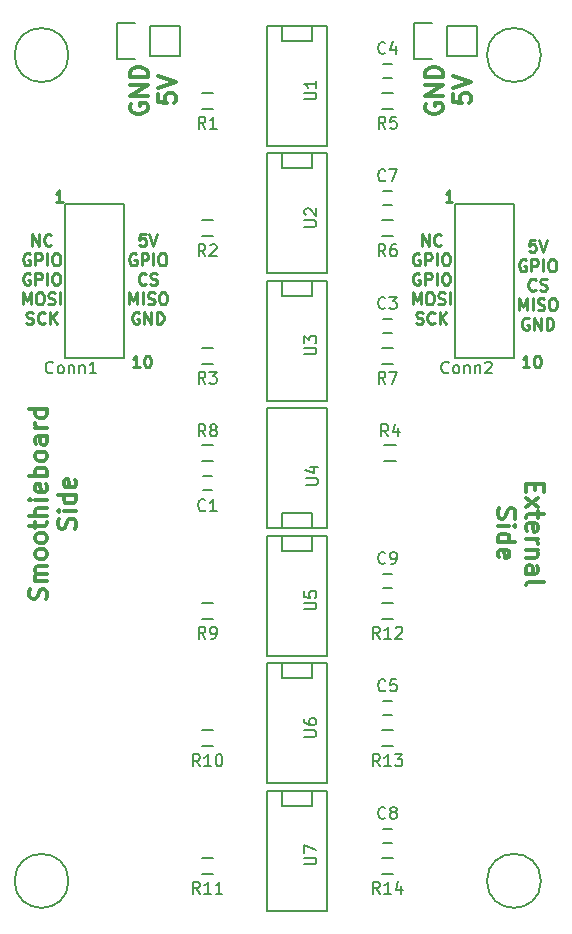
<source format=gbr>
G04 #@! TF.FileFunction,Legend,Top*
%FSLAX46Y46*%
G04 Gerber Fmt 4.6, Leading zero omitted, Abs format (unit mm)*
G04 Created by KiCad (PCBNEW (2015-12-07 BZR 6352)-product) date Fri 09 Sep 2016 08:12:53 PM EDT*
%MOMM*%
G01*
G04 APERTURE LIST*
%ADD10C,0.100000*%
%ADD11C,0.300000*%
%ADD12C,0.250000*%
%ADD13C,0.150000*%
G04 APERTURE END LIST*
D10*
D11*
X46807143Y38714285D02*
X46807143Y38214285D01*
X46021429Y37999999D02*
X46021429Y38714285D01*
X47521429Y38714285D01*
X47521429Y37999999D01*
X46021429Y37499999D02*
X47021429Y36714285D01*
X47021429Y37499999D02*
X46021429Y36714285D01*
X47021429Y36357142D02*
X47021429Y35785713D01*
X47521429Y36142856D02*
X46235714Y36142856D01*
X46092857Y36071428D01*
X46021429Y35928570D01*
X46021429Y35785713D01*
X46092857Y34714285D02*
X46021429Y34857142D01*
X46021429Y35142856D01*
X46092857Y35285713D01*
X46235714Y35357142D01*
X46807143Y35357142D01*
X46950000Y35285713D01*
X47021429Y35142856D01*
X47021429Y34857142D01*
X46950000Y34714285D01*
X46807143Y34642856D01*
X46664286Y34642856D01*
X46521429Y35357142D01*
X46021429Y33999999D02*
X47021429Y33999999D01*
X46735714Y33999999D02*
X46878571Y33928571D01*
X46950000Y33857142D01*
X47021429Y33714285D01*
X47021429Y33571428D01*
X47021429Y33071428D02*
X46021429Y33071428D01*
X46878571Y33071428D02*
X46950000Y33000000D01*
X47021429Y32857142D01*
X47021429Y32642857D01*
X46950000Y32500000D01*
X46807143Y32428571D01*
X46021429Y32428571D01*
X46021429Y31071428D02*
X46807143Y31071428D01*
X46950000Y31142857D01*
X47021429Y31285714D01*
X47021429Y31571428D01*
X46950000Y31714285D01*
X46092857Y31071428D02*
X46021429Y31214285D01*
X46021429Y31571428D01*
X46092857Y31714285D01*
X46235714Y31785714D01*
X46378571Y31785714D01*
X46521429Y31714285D01*
X46592857Y31571428D01*
X46592857Y31214285D01*
X46664286Y31071428D01*
X46021429Y30142856D02*
X46092857Y30285714D01*
X46235714Y30357142D01*
X47521429Y30357142D01*
X43692857Y36607143D02*
X43621429Y36392857D01*
X43621429Y36035714D01*
X43692857Y35892857D01*
X43764286Y35821428D01*
X43907143Y35750000D01*
X44050000Y35750000D01*
X44192857Y35821428D01*
X44264286Y35892857D01*
X44335714Y36035714D01*
X44407143Y36321428D01*
X44478571Y36464286D01*
X44550000Y36535714D01*
X44692857Y36607143D01*
X44835714Y36607143D01*
X44978571Y36535714D01*
X45050000Y36464286D01*
X45121429Y36321428D01*
X45121429Y35964286D01*
X45050000Y35750000D01*
X43621429Y35107143D02*
X44621429Y35107143D01*
X45121429Y35107143D02*
X45050000Y35178572D01*
X44978571Y35107143D01*
X45050000Y35035715D01*
X45121429Y35107143D01*
X44978571Y35107143D01*
X43621429Y33750000D02*
X45121429Y33750000D01*
X43692857Y33750000D02*
X43621429Y33892857D01*
X43621429Y34178571D01*
X43692857Y34321429D01*
X43764286Y34392857D01*
X43907143Y34464286D01*
X44335714Y34464286D01*
X44478571Y34392857D01*
X44550000Y34321429D01*
X44621429Y34178571D01*
X44621429Y33892857D01*
X44550000Y33750000D01*
X43692857Y32464286D02*
X43621429Y32607143D01*
X43621429Y32892857D01*
X43692857Y33035714D01*
X43835714Y33107143D01*
X44407143Y33107143D01*
X44550000Y33035714D01*
X44621429Y32892857D01*
X44621429Y32607143D01*
X44550000Y32464286D01*
X44407143Y32392857D01*
X44264286Y32392857D01*
X44121429Y33107143D01*
X5407143Y28928571D02*
X5478571Y29142857D01*
X5478571Y29500000D01*
X5407143Y29642857D01*
X5335714Y29714286D01*
X5192857Y29785714D01*
X5050000Y29785714D01*
X4907143Y29714286D01*
X4835714Y29642857D01*
X4764286Y29500000D01*
X4692857Y29214286D01*
X4621429Y29071428D01*
X4550000Y29000000D01*
X4407143Y28928571D01*
X4264286Y28928571D01*
X4121429Y29000000D01*
X4050000Y29071428D01*
X3978571Y29214286D01*
X3978571Y29571428D01*
X4050000Y29785714D01*
X5478571Y30428571D02*
X4478571Y30428571D01*
X4621429Y30428571D02*
X4550000Y30499999D01*
X4478571Y30642857D01*
X4478571Y30857142D01*
X4550000Y30999999D01*
X4692857Y31071428D01*
X5478571Y31071428D01*
X4692857Y31071428D02*
X4550000Y31142857D01*
X4478571Y31285714D01*
X4478571Y31499999D01*
X4550000Y31642857D01*
X4692857Y31714285D01*
X5478571Y31714285D01*
X5478571Y32642857D02*
X5407143Y32499999D01*
X5335714Y32428571D01*
X5192857Y32357142D01*
X4764286Y32357142D01*
X4621429Y32428571D01*
X4550000Y32499999D01*
X4478571Y32642857D01*
X4478571Y32857142D01*
X4550000Y32999999D01*
X4621429Y33071428D01*
X4764286Y33142857D01*
X5192857Y33142857D01*
X5335714Y33071428D01*
X5407143Y32999999D01*
X5478571Y32857142D01*
X5478571Y32642857D01*
X5478571Y34000000D02*
X5407143Y33857142D01*
X5335714Y33785714D01*
X5192857Y33714285D01*
X4764286Y33714285D01*
X4621429Y33785714D01*
X4550000Y33857142D01*
X4478571Y34000000D01*
X4478571Y34214285D01*
X4550000Y34357142D01*
X4621429Y34428571D01*
X4764286Y34500000D01*
X5192857Y34500000D01*
X5335714Y34428571D01*
X5407143Y34357142D01*
X5478571Y34214285D01*
X5478571Y34000000D01*
X4478571Y34928571D02*
X4478571Y35500000D01*
X3978571Y35142857D02*
X5264286Y35142857D01*
X5407143Y35214285D01*
X5478571Y35357143D01*
X5478571Y35500000D01*
X5478571Y36000000D02*
X3978571Y36000000D01*
X5478571Y36642857D02*
X4692857Y36642857D01*
X4550000Y36571428D01*
X4478571Y36428571D01*
X4478571Y36214286D01*
X4550000Y36071428D01*
X4621429Y36000000D01*
X5478571Y37357143D02*
X4478571Y37357143D01*
X3978571Y37357143D02*
X4050000Y37285714D01*
X4121429Y37357143D01*
X4050000Y37428571D01*
X3978571Y37357143D01*
X4121429Y37357143D01*
X5407143Y38642857D02*
X5478571Y38500000D01*
X5478571Y38214286D01*
X5407143Y38071429D01*
X5264286Y38000000D01*
X4692857Y38000000D01*
X4550000Y38071429D01*
X4478571Y38214286D01*
X4478571Y38500000D01*
X4550000Y38642857D01*
X4692857Y38714286D01*
X4835714Y38714286D01*
X4978571Y38000000D01*
X5478571Y39357143D02*
X3978571Y39357143D01*
X4550000Y39357143D02*
X4478571Y39500000D01*
X4478571Y39785714D01*
X4550000Y39928571D01*
X4621429Y40000000D01*
X4764286Y40071429D01*
X5192857Y40071429D01*
X5335714Y40000000D01*
X5407143Y39928571D01*
X5478571Y39785714D01*
X5478571Y39500000D01*
X5407143Y39357143D01*
X5478571Y40928572D02*
X5407143Y40785714D01*
X5335714Y40714286D01*
X5192857Y40642857D01*
X4764286Y40642857D01*
X4621429Y40714286D01*
X4550000Y40785714D01*
X4478571Y40928572D01*
X4478571Y41142857D01*
X4550000Y41285714D01*
X4621429Y41357143D01*
X4764286Y41428572D01*
X5192857Y41428572D01*
X5335714Y41357143D01*
X5407143Y41285714D01*
X5478571Y41142857D01*
X5478571Y40928572D01*
X5478571Y42714286D02*
X4692857Y42714286D01*
X4550000Y42642857D01*
X4478571Y42500000D01*
X4478571Y42214286D01*
X4550000Y42071429D01*
X5407143Y42714286D02*
X5478571Y42571429D01*
X5478571Y42214286D01*
X5407143Y42071429D01*
X5264286Y42000000D01*
X5121429Y42000000D01*
X4978571Y42071429D01*
X4907143Y42214286D01*
X4907143Y42571429D01*
X4835714Y42714286D01*
X5478571Y43428572D02*
X4478571Y43428572D01*
X4764286Y43428572D02*
X4621429Y43500000D01*
X4550000Y43571429D01*
X4478571Y43714286D01*
X4478571Y43857143D01*
X5478571Y45000000D02*
X3978571Y45000000D01*
X5407143Y45000000D02*
X5478571Y44857143D01*
X5478571Y44571429D01*
X5407143Y44428571D01*
X5335714Y44357143D01*
X5192857Y44285714D01*
X4764286Y44285714D01*
X4621429Y44357143D01*
X4550000Y44428571D01*
X4478571Y44571429D01*
X4478571Y44857143D01*
X4550000Y45000000D01*
X7807143Y34892857D02*
X7878571Y35107143D01*
X7878571Y35464286D01*
X7807143Y35607143D01*
X7735714Y35678572D01*
X7592857Y35750000D01*
X7450000Y35750000D01*
X7307143Y35678572D01*
X7235714Y35607143D01*
X7164286Y35464286D01*
X7092857Y35178572D01*
X7021429Y35035714D01*
X6950000Y34964286D01*
X6807143Y34892857D01*
X6664286Y34892857D01*
X6521429Y34964286D01*
X6450000Y35035714D01*
X6378571Y35178572D01*
X6378571Y35535714D01*
X6450000Y35750000D01*
X7878571Y36392857D02*
X6878571Y36392857D01*
X6378571Y36392857D02*
X6450000Y36321428D01*
X6521429Y36392857D01*
X6450000Y36464285D01*
X6378571Y36392857D01*
X6521429Y36392857D01*
X7878571Y37750000D02*
X6378571Y37750000D01*
X7807143Y37750000D02*
X7878571Y37607143D01*
X7878571Y37321429D01*
X7807143Y37178571D01*
X7735714Y37107143D01*
X7592857Y37035714D01*
X7164286Y37035714D01*
X7021429Y37107143D01*
X6950000Y37178571D01*
X6878571Y37321429D01*
X6878571Y37607143D01*
X6950000Y37750000D01*
X7807143Y39035714D02*
X7878571Y38892857D01*
X7878571Y38607143D01*
X7807143Y38464286D01*
X7664286Y38392857D01*
X7092857Y38392857D01*
X6950000Y38464286D01*
X6878571Y38607143D01*
X6878571Y38892857D01*
X6950000Y39035714D01*
X7092857Y39107143D01*
X7235714Y39107143D01*
X7378571Y38392857D01*
X37550000Y70857143D02*
X37478571Y70714286D01*
X37478571Y70500000D01*
X37550000Y70285715D01*
X37692857Y70142857D01*
X37835714Y70071429D01*
X38121429Y70000000D01*
X38335714Y70000000D01*
X38621429Y70071429D01*
X38764286Y70142857D01*
X38907143Y70285715D01*
X38978571Y70500000D01*
X38978571Y70642857D01*
X38907143Y70857143D01*
X38835714Y70928572D01*
X38335714Y70928572D01*
X38335714Y70642857D01*
X38978571Y71571429D02*
X37478571Y71571429D01*
X38978571Y72428572D01*
X37478571Y72428572D01*
X38978571Y73142858D02*
X37478571Y73142858D01*
X37478571Y73500001D01*
X37550000Y73714286D01*
X37692857Y73857144D01*
X37835714Y73928572D01*
X38121429Y74000001D01*
X38335714Y74000001D01*
X38621429Y73928572D01*
X38764286Y73857144D01*
X38907143Y73714286D01*
X38978571Y73500001D01*
X38978571Y73142858D01*
X39878571Y71714287D02*
X39878571Y71000001D01*
X40592857Y70928572D01*
X40521429Y71000001D01*
X40450000Y71142858D01*
X40450000Y71500001D01*
X40521429Y71642858D01*
X40592857Y71714287D01*
X40735714Y71785715D01*
X41092857Y71785715D01*
X41235714Y71714287D01*
X41307143Y71642858D01*
X41378571Y71500001D01*
X41378571Y71142858D01*
X41307143Y71000001D01*
X41235714Y70928572D01*
X39878571Y72214286D02*
X41378571Y72714286D01*
X39878571Y73214286D01*
X12550000Y70857143D02*
X12478571Y70714286D01*
X12478571Y70500000D01*
X12550000Y70285715D01*
X12692857Y70142857D01*
X12835714Y70071429D01*
X13121429Y70000000D01*
X13335714Y70000000D01*
X13621429Y70071429D01*
X13764286Y70142857D01*
X13907143Y70285715D01*
X13978571Y70500000D01*
X13978571Y70642857D01*
X13907143Y70857143D01*
X13835714Y70928572D01*
X13335714Y70928572D01*
X13335714Y70642857D01*
X13978571Y71571429D02*
X12478571Y71571429D01*
X13978571Y72428572D01*
X12478571Y72428572D01*
X13978571Y73142858D02*
X12478571Y73142858D01*
X12478571Y73500001D01*
X12550000Y73714286D01*
X12692857Y73857144D01*
X12835714Y73928572D01*
X13121429Y74000001D01*
X13335714Y74000001D01*
X13621429Y73928572D01*
X13764286Y73857144D01*
X13907143Y73714286D01*
X13978571Y73500001D01*
X13978571Y73142858D01*
X14878571Y71714287D02*
X14878571Y71000001D01*
X15592857Y70928572D01*
X15521429Y71000001D01*
X15450000Y71142858D01*
X15450000Y71500001D01*
X15521429Y71642858D01*
X15592857Y71714287D01*
X15735714Y71785715D01*
X16092857Y71785715D01*
X16235714Y71714287D01*
X16307143Y71642858D01*
X16378571Y71500001D01*
X16378571Y71142858D01*
X16307143Y71000001D01*
X16235714Y70928572D01*
X14878571Y72214286D02*
X16378571Y72714286D01*
X14878571Y73214286D01*
D12*
X37214286Y58847619D02*
X37214286Y59847619D01*
X37785715Y58847619D01*
X37785715Y59847619D01*
X38833334Y58942857D02*
X38785715Y58895238D01*
X38642858Y58847619D01*
X38547620Y58847619D01*
X38404762Y58895238D01*
X38309524Y58990476D01*
X38261905Y59085714D01*
X38214286Y59276190D01*
X38214286Y59419048D01*
X38261905Y59609524D01*
X38309524Y59704762D01*
X38404762Y59800000D01*
X38547620Y59847619D01*
X38642858Y59847619D01*
X38785715Y59800000D01*
X38833334Y59752381D01*
X37000001Y58150000D02*
X36904763Y58197619D01*
X36761906Y58197619D01*
X36619048Y58150000D01*
X36523810Y58054762D01*
X36476191Y57959524D01*
X36428572Y57769048D01*
X36428572Y57626190D01*
X36476191Y57435714D01*
X36523810Y57340476D01*
X36619048Y57245238D01*
X36761906Y57197619D01*
X36857144Y57197619D01*
X37000001Y57245238D01*
X37047620Y57292857D01*
X37047620Y57626190D01*
X36857144Y57626190D01*
X37476191Y57197619D02*
X37476191Y58197619D01*
X37857144Y58197619D01*
X37952382Y58150000D01*
X38000001Y58102381D01*
X38047620Y58007143D01*
X38047620Y57864286D01*
X38000001Y57769048D01*
X37952382Y57721429D01*
X37857144Y57673810D01*
X37476191Y57673810D01*
X38476191Y57197619D02*
X38476191Y58197619D01*
X39142857Y58197619D02*
X39333334Y58197619D01*
X39428572Y58150000D01*
X39523810Y58054762D01*
X39571429Y57864286D01*
X39571429Y57530952D01*
X39523810Y57340476D01*
X39428572Y57245238D01*
X39333334Y57197619D01*
X39142857Y57197619D01*
X39047619Y57245238D01*
X38952381Y57340476D01*
X38904762Y57530952D01*
X38904762Y57864286D01*
X38952381Y58054762D01*
X39047619Y58150000D01*
X39142857Y58197619D01*
X37000001Y56500000D02*
X36904763Y56547619D01*
X36761906Y56547619D01*
X36619048Y56500000D01*
X36523810Y56404762D01*
X36476191Y56309524D01*
X36428572Y56119048D01*
X36428572Y55976190D01*
X36476191Y55785714D01*
X36523810Y55690476D01*
X36619048Y55595238D01*
X36761906Y55547619D01*
X36857144Y55547619D01*
X37000001Y55595238D01*
X37047620Y55642857D01*
X37047620Y55976190D01*
X36857144Y55976190D01*
X37476191Y55547619D02*
X37476191Y56547619D01*
X37857144Y56547619D01*
X37952382Y56500000D01*
X38000001Y56452381D01*
X38047620Y56357143D01*
X38047620Y56214286D01*
X38000001Y56119048D01*
X37952382Y56071429D01*
X37857144Y56023810D01*
X37476191Y56023810D01*
X38476191Y55547619D02*
X38476191Y56547619D01*
X39142857Y56547619D02*
X39333334Y56547619D01*
X39428572Y56500000D01*
X39523810Y56404762D01*
X39571429Y56214286D01*
X39571429Y55880952D01*
X39523810Y55690476D01*
X39428572Y55595238D01*
X39333334Y55547619D01*
X39142857Y55547619D01*
X39047619Y55595238D01*
X38952381Y55690476D01*
X38904762Y55880952D01*
X38904762Y56214286D01*
X38952381Y56404762D01*
X39047619Y56500000D01*
X39142857Y56547619D01*
X36428572Y53897619D02*
X36428572Y54897619D01*
X36761906Y54183333D01*
X37095239Y54897619D01*
X37095239Y53897619D01*
X37761905Y54897619D02*
X37952382Y54897619D01*
X38047620Y54850000D01*
X38142858Y54754762D01*
X38190477Y54564286D01*
X38190477Y54230952D01*
X38142858Y54040476D01*
X38047620Y53945238D01*
X37952382Y53897619D01*
X37761905Y53897619D01*
X37666667Y53945238D01*
X37571429Y54040476D01*
X37523810Y54230952D01*
X37523810Y54564286D01*
X37571429Y54754762D01*
X37666667Y54850000D01*
X37761905Y54897619D01*
X38571429Y53945238D02*
X38714286Y53897619D01*
X38952382Y53897619D01*
X39047620Y53945238D01*
X39095239Y53992857D01*
X39142858Y54088095D01*
X39142858Y54183333D01*
X39095239Y54278571D01*
X39047620Y54326190D01*
X38952382Y54373810D01*
X38761905Y54421429D01*
X38666667Y54469048D01*
X38619048Y54516667D01*
X38571429Y54611905D01*
X38571429Y54707143D01*
X38619048Y54802381D01*
X38666667Y54850000D01*
X38761905Y54897619D01*
X39000001Y54897619D01*
X39142858Y54850000D01*
X39571429Y53897619D02*
X39571429Y54897619D01*
X36714286Y52295238D02*
X36857143Y52247619D01*
X37095239Y52247619D01*
X37190477Y52295238D01*
X37238096Y52342857D01*
X37285715Y52438095D01*
X37285715Y52533333D01*
X37238096Y52628571D01*
X37190477Y52676190D01*
X37095239Y52723810D01*
X36904762Y52771429D01*
X36809524Y52819048D01*
X36761905Y52866667D01*
X36714286Y52961905D01*
X36714286Y53057143D01*
X36761905Y53152381D01*
X36809524Y53200000D01*
X36904762Y53247619D01*
X37142858Y53247619D01*
X37285715Y53200000D01*
X38285715Y52342857D02*
X38238096Y52295238D01*
X38095239Y52247619D01*
X38000001Y52247619D01*
X37857143Y52295238D01*
X37761905Y52390476D01*
X37714286Y52485714D01*
X37666667Y52676190D01*
X37666667Y52819048D01*
X37714286Y53009524D01*
X37761905Y53104762D01*
X37857143Y53200000D01*
X38000001Y53247619D01*
X38095239Y53247619D01*
X38238096Y53200000D01*
X38285715Y53152381D01*
X38714286Y52247619D02*
X38714286Y53247619D01*
X39285715Y52247619D02*
X38857143Y52819048D01*
X39285715Y53247619D02*
X38714286Y52676190D01*
X46809524Y59347619D02*
X46333333Y59347619D01*
X46285714Y58871429D01*
X46333333Y58919048D01*
X46428571Y58966667D01*
X46666667Y58966667D01*
X46761905Y58919048D01*
X46809524Y58871429D01*
X46857143Y58776190D01*
X46857143Y58538095D01*
X46809524Y58442857D01*
X46761905Y58395238D01*
X46666667Y58347619D01*
X46428571Y58347619D01*
X46333333Y58395238D01*
X46285714Y58442857D01*
X47142857Y59347619D02*
X47476190Y58347619D01*
X47809524Y59347619D01*
X46000001Y57650000D02*
X45904763Y57697619D01*
X45761906Y57697619D01*
X45619048Y57650000D01*
X45523810Y57554762D01*
X45476191Y57459524D01*
X45428572Y57269048D01*
X45428572Y57126190D01*
X45476191Y56935714D01*
X45523810Y56840476D01*
X45619048Y56745238D01*
X45761906Y56697619D01*
X45857144Y56697619D01*
X46000001Y56745238D01*
X46047620Y56792857D01*
X46047620Y57126190D01*
X45857144Y57126190D01*
X46476191Y56697619D02*
X46476191Y57697619D01*
X46857144Y57697619D01*
X46952382Y57650000D01*
X47000001Y57602381D01*
X47047620Y57507143D01*
X47047620Y57364286D01*
X47000001Y57269048D01*
X46952382Y57221429D01*
X46857144Y57173810D01*
X46476191Y57173810D01*
X47476191Y56697619D02*
X47476191Y57697619D01*
X48142857Y57697619D02*
X48333334Y57697619D01*
X48428572Y57650000D01*
X48523810Y57554762D01*
X48571429Y57364286D01*
X48571429Y57030952D01*
X48523810Y56840476D01*
X48428572Y56745238D01*
X48333334Y56697619D01*
X48142857Y56697619D01*
X48047619Y56745238D01*
X47952381Y56840476D01*
X47904762Y57030952D01*
X47904762Y57364286D01*
X47952381Y57554762D01*
X48047619Y57650000D01*
X48142857Y57697619D01*
X46833334Y55142857D02*
X46785715Y55095238D01*
X46642858Y55047619D01*
X46547620Y55047619D01*
X46404762Y55095238D01*
X46309524Y55190476D01*
X46261905Y55285714D01*
X46214286Y55476190D01*
X46214286Y55619048D01*
X46261905Y55809524D01*
X46309524Y55904762D01*
X46404762Y56000000D01*
X46547620Y56047619D01*
X46642858Y56047619D01*
X46785715Y56000000D01*
X46833334Y55952381D01*
X47214286Y55095238D02*
X47357143Y55047619D01*
X47595239Y55047619D01*
X47690477Y55095238D01*
X47738096Y55142857D01*
X47785715Y55238095D01*
X47785715Y55333333D01*
X47738096Y55428571D01*
X47690477Y55476190D01*
X47595239Y55523810D01*
X47404762Y55571429D01*
X47309524Y55619048D01*
X47261905Y55666667D01*
X47214286Y55761905D01*
X47214286Y55857143D01*
X47261905Y55952381D01*
X47309524Y56000000D01*
X47404762Y56047619D01*
X47642858Y56047619D01*
X47785715Y56000000D01*
X45428572Y53397619D02*
X45428572Y54397619D01*
X45761906Y53683333D01*
X46095239Y54397619D01*
X46095239Y53397619D01*
X46571429Y53397619D02*
X46571429Y54397619D01*
X47000000Y53445238D02*
X47142857Y53397619D01*
X47380953Y53397619D01*
X47476191Y53445238D01*
X47523810Y53492857D01*
X47571429Y53588095D01*
X47571429Y53683333D01*
X47523810Y53778571D01*
X47476191Y53826190D01*
X47380953Y53873810D01*
X47190476Y53921429D01*
X47095238Y53969048D01*
X47047619Y54016667D01*
X47000000Y54111905D01*
X47000000Y54207143D01*
X47047619Y54302381D01*
X47095238Y54350000D01*
X47190476Y54397619D01*
X47428572Y54397619D01*
X47571429Y54350000D01*
X48190476Y54397619D02*
X48380953Y54397619D01*
X48476191Y54350000D01*
X48571429Y54254762D01*
X48619048Y54064286D01*
X48619048Y53730952D01*
X48571429Y53540476D01*
X48476191Y53445238D01*
X48380953Y53397619D01*
X48190476Y53397619D01*
X48095238Y53445238D01*
X48000000Y53540476D01*
X47952381Y53730952D01*
X47952381Y54064286D01*
X48000000Y54254762D01*
X48095238Y54350000D01*
X48190476Y54397619D01*
X46238096Y52700000D02*
X46142858Y52747619D01*
X46000001Y52747619D01*
X45857143Y52700000D01*
X45761905Y52604762D01*
X45714286Y52509524D01*
X45666667Y52319048D01*
X45666667Y52176190D01*
X45714286Y51985714D01*
X45761905Y51890476D01*
X45857143Y51795238D01*
X46000001Y51747619D01*
X46095239Y51747619D01*
X46238096Y51795238D01*
X46285715Y51842857D01*
X46285715Y52176190D01*
X46095239Y52176190D01*
X46714286Y51747619D02*
X46714286Y52747619D01*
X47285715Y51747619D01*
X47285715Y52747619D01*
X47761905Y51747619D02*
X47761905Y52747619D01*
X48000000Y52747619D01*
X48142858Y52700000D01*
X48238096Y52604762D01*
X48285715Y52509524D01*
X48333334Y52319048D01*
X48333334Y52176190D01*
X48285715Y51985714D01*
X48238096Y51890476D01*
X48142858Y51795238D01*
X48000000Y51747619D01*
X47761905Y51747619D01*
X13309524Y48547619D02*
X12738095Y48547619D01*
X13023809Y48547619D02*
X13023809Y49547619D01*
X12928571Y49404762D01*
X12833333Y49309524D01*
X12738095Y49261905D01*
X13928571Y49547619D02*
X14023810Y49547619D01*
X14119048Y49500000D01*
X14166667Y49452381D01*
X14214286Y49357143D01*
X14261905Y49166667D01*
X14261905Y48928571D01*
X14214286Y48738095D01*
X14166667Y48642857D01*
X14119048Y48595238D01*
X14023810Y48547619D01*
X13928571Y48547619D01*
X13833333Y48595238D01*
X13785714Y48642857D01*
X13738095Y48738095D01*
X13690476Y48928571D01*
X13690476Y49166667D01*
X13738095Y49357143D01*
X13785714Y49452381D01*
X13833333Y49500000D01*
X13928571Y49547619D01*
X4214286Y58847619D02*
X4214286Y59847619D01*
X4785715Y58847619D01*
X4785715Y59847619D01*
X5833334Y58942857D02*
X5785715Y58895238D01*
X5642858Y58847619D01*
X5547620Y58847619D01*
X5404762Y58895238D01*
X5309524Y58990476D01*
X5261905Y59085714D01*
X5214286Y59276190D01*
X5214286Y59419048D01*
X5261905Y59609524D01*
X5309524Y59704762D01*
X5404762Y59800000D01*
X5547620Y59847619D01*
X5642858Y59847619D01*
X5785715Y59800000D01*
X5833334Y59752381D01*
X4000001Y58150000D02*
X3904763Y58197619D01*
X3761906Y58197619D01*
X3619048Y58150000D01*
X3523810Y58054762D01*
X3476191Y57959524D01*
X3428572Y57769048D01*
X3428572Y57626190D01*
X3476191Y57435714D01*
X3523810Y57340476D01*
X3619048Y57245238D01*
X3761906Y57197619D01*
X3857144Y57197619D01*
X4000001Y57245238D01*
X4047620Y57292857D01*
X4047620Y57626190D01*
X3857144Y57626190D01*
X4476191Y57197619D02*
X4476191Y58197619D01*
X4857144Y58197619D01*
X4952382Y58150000D01*
X5000001Y58102381D01*
X5047620Y58007143D01*
X5047620Y57864286D01*
X5000001Y57769048D01*
X4952382Y57721429D01*
X4857144Y57673810D01*
X4476191Y57673810D01*
X5476191Y57197619D02*
X5476191Y58197619D01*
X6142857Y58197619D02*
X6333334Y58197619D01*
X6428572Y58150000D01*
X6523810Y58054762D01*
X6571429Y57864286D01*
X6571429Y57530952D01*
X6523810Y57340476D01*
X6428572Y57245238D01*
X6333334Y57197619D01*
X6142857Y57197619D01*
X6047619Y57245238D01*
X5952381Y57340476D01*
X5904762Y57530952D01*
X5904762Y57864286D01*
X5952381Y58054762D01*
X6047619Y58150000D01*
X6142857Y58197619D01*
X4000001Y56500000D02*
X3904763Y56547619D01*
X3761906Y56547619D01*
X3619048Y56500000D01*
X3523810Y56404762D01*
X3476191Y56309524D01*
X3428572Y56119048D01*
X3428572Y55976190D01*
X3476191Y55785714D01*
X3523810Y55690476D01*
X3619048Y55595238D01*
X3761906Y55547619D01*
X3857144Y55547619D01*
X4000001Y55595238D01*
X4047620Y55642857D01*
X4047620Y55976190D01*
X3857144Y55976190D01*
X4476191Y55547619D02*
X4476191Y56547619D01*
X4857144Y56547619D01*
X4952382Y56500000D01*
X5000001Y56452381D01*
X5047620Y56357143D01*
X5047620Y56214286D01*
X5000001Y56119048D01*
X4952382Y56071429D01*
X4857144Y56023810D01*
X4476191Y56023810D01*
X5476191Y55547619D02*
X5476191Y56547619D01*
X6142857Y56547619D02*
X6333334Y56547619D01*
X6428572Y56500000D01*
X6523810Y56404762D01*
X6571429Y56214286D01*
X6571429Y55880952D01*
X6523810Y55690476D01*
X6428572Y55595238D01*
X6333334Y55547619D01*
X6142857Y55547619D01*
X6047619Y55595238D01*
X5952381Y55690476D01*
X5904762Y55880952D01*
X5904762Y56214286D01*
X5952381Y56404762D01*
X6047619Y56500000D01*
X6142857Y56547619D01*
X3428572Y53897619D02*
X3428572Y54897619D01*
X3761906Y54183333D01*
X4095239Y54897619D01*
X4095239Y53897619D01*
X4761905Y54897619D02*
X4952382Y54897619D01*
X5047620Y54850000D01*
X5142858Y54754762D01*
X5190477Y54564286D01*
X5190477Y54230952D01*
X5142858Y54040476D01*
X5047620Y53945238D01*
X4952382Y53897619D01*
X4761905Y53897619D01*
X4666667Y53945238D01*
X4571429Y54040476D01*
X4523810Y54230952D01*
X4523810Y54564286D01*
X4571429Y54754762D01*
X4666667Y54850000D01*
X4761905Y54897619D01*
X5571429Y53945238D02*
X5714286Y53897619D01*
X5952382Y53897619D01*
X6047620Y53945238D01*
X6095239Y53992857D01*
X6142858Y54088095D01*
X6142858Y54183333D01*
X6095239Y54278571D01*
X6047620Y54326190D01*
X5952382Y54373810D01*
X5761905Y54421429D01*
X5666667Y54469048D01*
X5619048Y54516667D01*
X5571429Y54611905D01*
X5571429Y54707143D01*
X5619048Y54802381D01*
X5666667Y54850000D01*
X5761905Y54897619D01*
X6000001Y54897619D01*
X6142858Y54850000D01*
X6571429Y53897619D02*
X6571429Y54897619D01*
X3714286Y52295238D02*
X3857143Y52247619D01*
X4095239Y52247619D01*
X4190477Y52295238D01*
X4238096Y52342857D01*
X4285715Y52438095D01*
X4285715Y52533333D01*
X4238096Y52628571D01*
X4190477Y52676190D01*
X4095239Y52723810D01*
X3904762Y52771429D01*
X3809524Y52819048D01*
X3761905Y52866667D01*
X3714286Y52961905D01*
X3714286Y53057143D01*
X3761905Y53152381D01*
X3809524Y53200000D01*
X3904762Y53247619D01*
X4142858Y53247619D01*
X4285715Y53200000D01*
X5285715Y52342857D02*
X5238096Y52295238D01*
X5095239Y52247619D01*
X5000001Y52247619D01*
X4857143Y52295238D01*
X4761905Y52390476D01*
X4714286Y52485714D01*
X4666667Y52676190D01*
X4666667Y52819048D01*
X4714286Y53009524D01*
X4761905Y53104762D01*
X4857143Y53200000D01*
X5000001Y53247619D01*
X5095239Y53247619D01*
X5238096Y53200000D01*
X5285715Y53152381D01*
X5714286Y52247619D02*
X5714286Y53247619D01*
X6285715Y52247619D02*
X5857143Y52819048D01*
X6285715Y53247619D02*
X5714286Y52676190D01*
X13809524Y59847619D02*
X13333333Y59847619D01*
X13285714Y59371429D01*
X13333333Y59419048D01*
X13428571Y59466667D01*
X13666667Y59466667D01*
X13761905Y59419048D01*
X13809524Y59371429D01*
X13857143Y59276190D01*
X13857143Y59038095D01*
X13809524Y58942857D01*
X13761905Y58895238D01*
X13666667Y58847619D01*
X13428571Y58847619D01*
X13333333Y58895238D01*
X13285714Y58942857D01*
X14142857Y59847619D02*
X14476190Y58847619D01*
X14809524Y59847619D01*
X13000001Y58150000D02*
X12904763Y58197619D01*
X12761906Y58197619D01*
X12619048Y58150000D01*
X12523810Y58054762D01*
X12476191Y57959524D01*
X12428572Y57769048D01*
X12428572Y57626190D01*
X12476191Y57435714D01*
X12523810Y57340476D01*
X12619048Y57245238D01*
X12761906Y57197619D01*
X12857144Y57197619D01*
X13000001Y57245238D01*
X13047620Y57292857D01*
X13047620Y57626190D01*
X12857144Y57626190D01*
X13476191Y57197619D02*
X13476191Y58197619D01*
X13857144Y58197619D01*
X13952382Y58150000D01*
X14000001Y58102381D01*
X14047620Y58007143D01*
X14047620Y57864286D01*
X14000001Y57769048D01*
X13952382Y57721429D01*
X13857144Y57673810D01*
X13476191Y57673810D01*
X14476191Y57197619D02*
X14476191Y58197619D01*
X15142857Y58197619D02*
X15333334Y58197619D01*
X15428572Y58150000D01*
X15523810Y58054762D01*
X15571429Y57864286D01*
X15571429Y57530952D01*
X15523810Y57340476D01*
X15428572Y57245238D01*
X15333334Y57197619D01*
X15142857Y57197619D01*
X15047619Y57245238D01*
X14952381Y57340476D01*
X14904762Y57530952D01*
X14904762Y57864286D01*
X14952381Y58054762D01*
X15047619Y58150000D01*
X15142857Y58197619D01*
X13833334Y55642857D02*
X13785715Y55595238D01*
X13642858Y55547619D01*
X13547620Y55547619D01*
X13404762Y55595238D01*
X13309524Y55690476D01*
X13261905Y55785714D01*
X13214286Y55976190D01*
X13214286Y56119048D01*
X13261905Y56309524D01*
X13309524Y56404762D01*
X13404762Y56500000D01*
X13547620Y56547619D01*
X13642858Y56547619D01*
X13785715Y56500000D01*
X13833334Y56452381D01*
X14214286Y55595238D02*
X14357143Y55547619D01*
X14595239Y55547619D01*
X14690477Y55595238D01*
X14738096Y55642857D01*
X14785715Y55738095D01*
X14785715Y55833333D01*
X14738096Y55928571D01*
X14690477Y55976190D01*
X14595239Y56023810D01*
X14404762Y56071429D01*
X14309524Y56119048D01*
X14261905Y56166667D01*
X14214286Y56261905D01*
X14214286Y56357143D01*
X14261905Y56452381D01*
X14309524Y56500000D01*
X14404762Y56547619D01*
X14642858Y56547619D01*
X14785715Y56500000D01*
X12428572Y53897619D02*
X12428572Y54897619D01*
X12761906Y54183333D01*
X13095239Y54897619D01*
X13095239Y53897619D01*
X13571429Y53897619D02*
X13571429Y54897619D01*
X14000000Y53945238D02*
X14142857Y53897619D01*
X14380953Y53897619D01*
X14476191Y53945238D01*
X14523810Y53992857D01*
X14571429Y54088095D01*
X14571429Y54183333D01*
X14523810Y54278571D01*
X14476191Y54326190D01*
X14380953Y54373810D01*
X14190476Y54421429D01*
X14095238Y54469048D01*
X14047619Y54516667D01*
X14000000Y54611905D01*
X14000000Y54707143D01*
X14047619Y54802381D01*
X14095238Y54850000D01*
X14190476Y54897619D01*
X14428572Y54897619D01*
X14571429Y54850000D01*
X15190476Y54897619D02*
X15380953Y54897619D01*
X15476191Y54850000D01*
X15571429Y54754762D01*
X15619048Y54564286D01*
X15619048Y54230952D01*
X15571429Y54040476D01*
X15476191Y53945238D01*
X15380953Y53897619D01*
X15190476Y53897619D01*
X15095238Y53945238D01*
X15000000Y54040476D01*
X14952381Y54230952D01*
X14952381Y54564286D01*
X15000000Y54754762D01*
X15095238Y54850000D01*
X15190476Y54897619D01*
X13238096Y53200000D02*
X13142858Y53247619D01*
X13000001Y53247619D01*
X12857143Y53200000D01*
X12761905Y53104762D01*
X12714286Y53009524D01*
X12666667Y52819048D01*
X12666667Y52676190D01*
X12714286Y52485714D01*
X12761905Y52390476D01*
X12857143Y52295238D01*
X13000001Y52247619D01*
X13095239Y52247619D01*
X13238096Y52295238D01*
X13285715Y52342857D01*
X13285715Y52676190D01*
X13095239Y52676190D01*
X13714286Y52247619D02*
X13714286Y53247619D01*
X14285715Y52247619D01*
X14285715Y53247619D01*
X14761905Y52247619D02*
X14761905Y53247619D01*
X15000000Y53247619D01*
X15142858Y53200000D01*
X15238096Y53104762D01*
X15285715Y53009524D01*
X15333334Y52819048D01*
X15333334Y52676190D01*
X15285715Y52485714D01*
X15238096Y52390476D01*
X15142858Y52295238D01*
X15000000Y52247619D01*
X14761905Y52247619D01*
X6785715Y62547619D02*
X6214286Y62547619D01*
X6500000Y62547619D02*
X6500000Y63547619D01*
X6404762Y63404762D01*
X6309524Y63309524D01*
X6214286Y63261905D01*
X46309524Y48547619D02*
X45738095Y48547619D01*
X46023809Y48547619D02*
X46023809Y49547619D01*
X45928571Y49404762D01*
X45833333Y49309524D01*
X45738095Y49261905D01*
X46928571Y49547619D02*
X47023810Y49547619D01*
X47119048Y49500000D01*
X47166667Y49452381D01*
X47214286Y49357143D01*
X47261905Y49166667D01*
X47261905Y48928571D01*
X47214286Y48738095D01*
X47166667Y48642857D01*
X47119048Y48595238D01*
X47023810Y48547619D01*
X46928571Y48547619D01*
X46833333Y48595238D01*
X46785714Y48642857D01*
X46738095Y48738095D01*
X46690476Y48928571D01*
X46690476Y49166667D01*
X46738095Y49357143D01*
X46785714Y49452381D01*
X46833333Y49500000D01*
X46928571Y49547619D01*
X39785715Y62547619D02*
X39214286Y62547619D01*
X39500000Y62547619D02*
X39500000Y63547619D01*
X39404762Y63404762D01*
X39309524Y63309524D01*
X39214286Y63261905D01*
D13*
X7025000Y62380000D02*
X7025000Y55880000D01*
X12025000Y62380000D02*
X7025000Y62380000D01*
X12025000Y49380000D02*
X12025000Y62380000D01*
X7025000Y49380000D02*
X12025000Y49380000D01*
X7025000Y55880000D02*
X7025000Y49380000D01*
X19400000Y38135000D02*
X18700000Y38135000D01*
X18700000Y39335000D02*
X19400000Y39335000D01*
X33940000Y52670000D02*
X34640000Y52670000D01*
X34640000Y51470000D02*
X33940000Y51470000D01*
X33940000Y74260000D02*
X34640000Y74260000D01*
X34640000Y73060000D02*
X33940000Y73060000D01*
X33940000Y20285000D02*
X34640000Y20285000D01*
X34640000Y19085000D02*
X33940000Y19085000D01*
X33940000Y63465000D02*
X34640000Y63465000D01*
X34640000Y62265000D02*
X33940000Y62265000D01*
X33940000Y9490000D02*
X34640000Y9490000D01*
X34640000Y8290000D02*
X33940000Y8290000D01*
X33940000Y31080000D02*
X34640000Y31080000D01*
X34640000Y29880000D02*
X33940000Y29880000D01*
X14224000Y77470000D02*
X16764000Y77470000D01*
X11404000Y77750000D02*
X12954000Y77750000D01*
X14224000Y77470000D02*
X14224000Y74930000D01*
X12954000Y74650000D02*
X11404000Y74650000D01*
X11404000Y74650000D02*
X11404000Y77750000D01*
X14224000Y74930000D02*
X16764000Y74930000D01*
X16764000Y74930000D02*
X16764000Y77470000D01*
X39370000Y77470000D02*
X41910000Y77470000D01*
X36550000Y77750000D02*
X38100000Y77750000D01*
X39370000Y77470000D02*
X39370000Y74930000D01*
X38100000Y74650000D02*
X36550000Y74650000D01*
X36550000Y74650000D02*
X36550000Y77750000D01*
X39370000Y74930000D02*
X41910000Y74930000D01*
X41910000Y74930000D02*
X41910000Y77470000D01*
X18550000Y71795000D02*
X19550000Y71795000D01*
X19550000Y70445000D02*
X18550000Y70445000D01*
X18550000Y61000000D02*
X19550000Y61000000D01*
X19550000Y59650000D02*
X18550000Y59650000D01*
X18550000Y50205000D02*
X19550000Y50205000D01*
X19550000Y48855000D02*
X18550000Y48855000D01*
X35010000Y40600000D02*
X34010000Y40600000D01*
X34010000Y41950000D02*
X35010000Y41950000D01*
X33790000Y71795000D02*
X34790000Y71795000D01*
X34790000Y70445000D02*
X33790000Y70445000D01*
X33790000Y61000000D02*
X34790000Y61000000D01*
X34790000Y59650000D02*
X33790000Y59650000D01*
X33790000Y50205000D02*
X34790000Y50205000D01*
X34790000Y48855000D02*
X33790000Y48855000D01*
X19550000Y40600000D02*
X18550000Y40600000D01*
X18550000Y41950000D02*
X19550000Y41950000D01*
X18550000Y28615000D02*
X19550000Y28615000D01*
X19550000Y27265000D02*
X18550000Y27265000D01*
X18550000Y17820000D02*
X19550000Y17820000D01*
X19550000Y16470000D02*
X18550000Y16470000D01*
X18550000Y7025000D02*
X19550000Y7025000D01*
X19550000Y5675000D02*
X18550000Y5675000D01*
X33790000Y28615000D02*
X34790000Y28615000D01*
X34790000Y27265000D02*
X33790000Y27265000D01*
X33790000Y17820000D02*
X34790000Y17820000D01*
X34790000Y16470000D02*
X33790000Y16470000D01*
X33790000Y7025000D02*
X34790000Y7025000D01*
X34790000Y5675000D02*
X33790000Y5675000D01*
X29210000Y77470000D02*
X24130000Y77470000D01*
X24130000Y77470000D02*
X24130000Y67310000D01*
X24130000Y67310000D02*
X29210000Y67310000D01*
X29210000Y67310000D02*
X29210000Y77470000D01*
X27940000Y77470000D02*
X27940000Y76200000D01*
X27940000Y76200000D02*
X25400000Y76200000D01*
X25400000Y76200000D02*
X25400000Y77470000D01*
X29210000Y66675000D02*
X24130000Y66675000D01*
X24130000Y66675000D02*
X24130000Y56515000D01*
X24130000Y56515000D02*
X29210000Y56515000D01*
X29210000Y56515000D02*
X29210000Y66675000D01*
X27940000Y66675000D02*
X27940000Y65405000D01*
X27940000Y65405000D02*
X25400000Y65405000D01*
X25400000Y65405000D02*
X25400000Y66675000D01*
X29210000Y55880000D02*
X24130000Y55880000D01*
X24130000Y55880000D02*
X24130000Y45720000D01*
X24130000Y45720000D02*
X29210000Y45720000D01*
X29210000Y45720000D02*
X29210000Y55880000D01*
X27940000Y55880000D02*
X27940000Y54610000D01*
X27940000Y54610000D02*
X25400000Y54610000D01*
X25400000Y54610000D02*
X25400000Y55880000D01*
X24130000Y34925000D02*
X29210000Y34925000D01*
X29210000Y34925000D02*
X29210000Y45085000D01*
X29210000Y45085000D02*
X24130000Y45085000D01*
X24130000Y45085000D02*
X24130000Y34925000D01*
X25400000Y34925000D02*
X25400000Y36195000D01*
X25400000Y36195000D02*
X27940000Y36195000D01*
X27940000Y36195000D02*
X27940000Y34925000D01*
X29210000Y34290000D02*
X24130000Y34290000D01*
X24130000Y34290000D02*
X24130000Y24130000D01*
X24130000Y24130000D02*
X29210000Y24130000D01*
X29210000Y24130000D02*
X29210000Y34290000D01*
X27940000Y34290000D02*
X27940000Y33020000D01*
X27940000Y33020000D02*
X25400000Y33020000D01*
X25400000Y33020000D02*
X25400000Y34290000D01*
X29210000Y23495000D02*
X24130000Y23495000D01*
X24130000Y23495000D02*
X24130000Y13335000D01*
X24130000Y13335000D02*
X29210000Y13335000D01*
X29210000Y13335000D02*
X29210000Y23495000D01*
X27940000Y23495000D02*
X27940000Y22225000D01*
X27940000Y22225000D02*
X25400000Y22225000D01*
X25400000Y22225000D02*
X25400000Y23495000D01*
X29210000Y12700000D02*
X24130000Y12700000D01*
X24130000Y12700000D02*
X24130000Y2540000D01*
X24130000Y2540000D02*
X29210000Y2540000D01*
X29210000Y2540000D02*
X29210000Y12700000D01*
X27940000Y12700000D02*
X27940000Y11430000D01*
X27940000Y11430000D02*
X25400000Y11430000D01*
X25400000Y11430000D02*
X25400000Y12700000D01*
X40045000Y62380000D02*
X40045000Y55880000D01*
X45045000Y62380000D02*
X40045000Y62380000D01*
X45045000Y49380000D02*
X45045000Y62380000D01*
X40045000Y49380000D02*
X45045000Y49380000D01*
X40045000Y55880000D02*
X40045000Y49380000D01*
X47286000Y5080000D02*
G75*
G03X47286000Y5080000I-2286000J0D01*
G01*
X7286000Y5080000D02*
G75*
G03X7286000Y5080000I-2286000J0D01*
G01*
X7286000Y75000000D02*
G75*
G03X7286000Y75000000I-2286000J0D01*
G01*
X47286000Y75000000D02*
G75*
G03X47286000Y75000000I-2286000J0D01*
G01*
X5976191Y48142857D02*
X5928572Y48095238D01*
X5785715Y48047619D01*
X5690477Y48047619D01*
X5547619Y48095238D01*
X5452381Y48190476D01*
X5404762Y48285714D01*
X5357143Y48476190D01*
X5357143Y48619048D01*
X5404762Y48809524D01*
X5452381Y48904762D01*
X5547619Y49000000D01*
X5690477Y49047619D01*
X5785715Y49047619D01*
X5928572Y49000000D01*
X5976191Y48952381D01*
X6547619Y48047619D02*
X6452381Y48095238D01*
X6404762Y48142857D01*
X6357143Y48238095D01*
X6357143Y48523810D01*
X6404762Y48619048D01*
X6452381Y48666667D01*
X6547619Y48714286D01*
X6690477Y48714286D01*
X6785715Y48666667D01*
X6833334Y48619048D01*
X6880953Y48523810D01*
X6880953Y48238095D01*
X6833334Y48142857D01*
X6785715Y48095238D01*
X6690477Y48047619D01*
X6547619Y48047619D01*
X7309524Y48714286D02*
X7309524Y48047619D01*
X7309524Y48619048D02*
X7357143Y48666667D01*
X7452381Y48714286D01*
X7595239Y48714286D01*
X7690477Y48666667D01*
X7738096Y48571429D01*
X7738096Y48047619D01*
X8214286Y48714286D02*
X8214286Y48047619D01*
X8214286Y48619048D02*
X8261905Y48666667D01*
X8357143Y48714286D01*
X8500001Y48714286D01*
X8595239Y48666667D01*
X8642858Y48571429D01*
X8642858Y48047619D01*
X9642858Y48047619D02*
X9071429Y48047619D01*
X9357143Y48047619D02*
X9357143Y49047619D01*
X9261905Y48904762D01*
X9166667Y48809524D01*
X9071429Y48761905D01*
X18883334Y36477857D02*
X18835715Y36430238D01*
X18692858Y36382619D01*
X18597620Y36382619D01*
X18454762Y36430238D01*
X18359524Y36525476D01*
X18311905Y36620714D01*
X18264286Y36811190D01*
X18264286Y36954048D01*
X18311905Y37144524D01*
X18359524Y37239762D01*
X18454762Y37335000D01*
X18597620Y37382619D01*
X18692858Y37382619D01*
X18835715Y37335000D01*
X18883334Y37287381D01*
X19835715Y36382619D02*
X19264286Y36382619D01*
X19550000Y36382619D02*
X19550000Y37382619D01*
X19454762Y37239762D01*
X19359524Y37144524D01*
X19264286Y37096905D01*
X34123334Y53612857D02*
X34075715Y53565238D01*
X33932858Y53517619D01*
X33837620Y53517619D01*
X33694762Y53565238D01*
X33599524Y53660476D01*
X33551905Y53755714D01*
X33504286Y53946190D01*
X33504286Y54089048D01*
X33551905Y54279524D01*
X33599524Y54374762D01*
X33694762Y54470000D01*
X33837620Y54517619D01*
X33932858Y54517619D01*
X34075715Y54470000D01*
X34123334Y54422381D01*
X34456667Y54517619D02*
X35075715Y54517619D01*
X34742381Y54136667D01*
X34885239Y54136667D01*
X34980477Y54089048D01*
X35028096Y54041429D01*
X35075715Y53946190D01*
X35075715Y53708095D01*
X35028096Y53612857D01*
X34980477Y53565238D01*
X34885239Y53517619D01*
X34599524Y53517619D01*
X34504286Y53565238D01*
X34456667Y53612857D01*
X34123334Y75202857D02*
X34075715Y75155238D01*
X33932858Y75107619D01*
X33837620Y75107619D01*
X33694762Y75155238D01*
X33599524Y75250476D01*
X33551905Y75345714D01*
X33504286Y75536190D01*
X33504286Y75679048D01*
X33551905Y75869524D01*
X33599524Y75964762D01*
X33694762Y76060000D01*
X33837620Y76107619D01*
X33932858Y76107619D01*
X34075715Y76060000D01*
X34123334Y76012381D01*
X34980477Y75774286D02*
X34980477Y75107619D01*
X34742381Y76155238D02*
X34504286Y75440952D01*
X35123334Y75440952D01*
X34123334Y21227857D02*
X34075715Y21180238D01*
X33932858Y21132619D01*
X33837620Y21132619D01*
X33694762Y21180238D01*
X33599524Y21275476D01*
X33551905Y21370714D01*
X33504286Y21561190D01*
X33504286Y21704048D01*
X33551905Y21894524D01*
X33599524Y21989762D01*
X33694762Y22085000D01*
X33837620Y22132619D01*
X33932858Y22132619D01*
X34075715Y22085000D01*
X34123334Y22037381D01*
X35028096Y22132619D02*
X34551905Y22132619D01*
X34504286Y21656429D01*
X34551905Y21704048D01*
X34647143Y21751667D01*
X34885239Y21751667D01*
X34980477Y21704048D01*
X35028096Y21656429D01*
X35075715Y21561190D01*
X35075715Y21323095D01*
X35028096Y21227857D01*
X34980477Y21180238D01*
X34885239Y21132619D01*
X34647143Y21132619D01*
X34551905Y21180238D01*
X34504286Y21227857D01*
X34123334Y64407857D02*
X34075715Y64360238D01*
X33932858Y64312619D01*
X33837620Y64312619D01*
X33694762Y64360238D01*
X33599524Y64455476D01*
X33551905Y64550714D01*
X33504286Y64741190D01*
X33504286Y64884048D01*
X33551905Y65074524D01*
X33599524Y65169762D01*
X33694762Y65265000D01*
X33837620Y65312619D01*
X33932858Y65312619D01*
X34075715Y65265000D01*
X34123334Y65217381D01*
X34456667Y65312619D02*
X35123334Y65312619D01*
X34694762Y64312619D01*
X34123334Y10432857D02*
X34075715Y10385238D01*
X33932858Y10337619D01*
X33837620Y10337619D01*
X33694762Y10385238D01*
X33599524Y10480476D01*
X33551905Y10575714D01*
X33504286Y10766190D01*
X33504286Y10909048D01*
X33551905Y11099524D01*
X33599524Y11194762D01*
X33694762Y11290000D01*
X33837620Y11337619D01*
X33932858Y11337619D01*
X34075715Y11290000D01*
X34123334Y11242381D01*
X34694762Y10909048D02*
X34599524Y10956667D01*
X34551905Y11004286D01*
X34504286Y11099524D01*
X34504286Y11147143D01*
X34551905Y11242381D01*
X34599524Y11290000D01*
X34694762Y11337619D01*
X34885239Y11337619D01*
X34980477Y11290000D01*
X35028096Y11242381D01*
X35075715Y11147143D01*
X35075715Y11099524D01*
X35028096Y11004286D01*
X34980477Y10956667D01*
X34885239Y10909048D01*
X34694762Y10909048D01*
X34599524Y10861429D01*
X34551905Y10813810D01*
X34504286Y10718571D01*
X34504286Y10528095D01*
X34551905Y10432857D01*
X34599524Y10385238D01*
X34694762Y10337619D01*
X34885239Y10337619D01*
X34980477Y10385238D01*
X35028096Y10432857D01*
X35075715Y10528095D01*
X35075715Y10718571D01*
X35028096Y10813810D01*
X34980477Y10861429D01*
X34885239Y10909048D01*
X34123334Y32022857D02*
X34075715Y31975238D01*
X33932858Y31927619D01*
X33837620Y31927619D01*
X33694762Y31975238D01*
X33599524Y32070476D01*
X33551905Y32165714D01*
X33504286Y32356190D01*
X33504286Y32499048D01*
X33551905Y32689524D01*
X33599524Y32784762D01*
X33694762Y32880000D01*
X33837620Y32927619D01*
X33932858Y32927619D01*
X34075715Y32880000D01*
X34123334Y32832381D01*
X34599524Y31927619D02*
X34790000Y31927619D01*
X34885239Y31975238D01*
X34932858Y32022857D01*
X35028096Y32165714D01*
X35075715Y32356190D01*
X35075715Y32737143D01*
X35028096Y32832381D01*
X34980477Y32880000D01*
X34885239Y32927619D01*
X34694762Y32927619D01*
X34599524Y32880000D01*
X34551905Y32832381D01*
X34504286Y32737143D01*
X34504286Y32499048D01*
X34551905Y32403810D01*
X34599524Y32356190D01*
X34694762Y32308571D01*
X34885239Y32308571D01*
X34980477Y32356190D01*
X35028096Y32403810D01*
X35075715Y32499048D01*
X18883334Y68767619D02*
X18550000Y69243810D01*
X18311905Y68767619D02*
X18311905Y69767619D01*
X18692858Y69767619D01*
X18788096Y69720000D01*
X18835715Y69672381D01*
X18883334Y69577143D01*
X18883334Y69434286D01*
X18835715Y69339048D01*
X18788096Y69291429D01*
X18692858Y69243810D01*
X18311905Y69243810D01*
X19835715Y68767619D02*
X19264286Y68767619D01*
X19550000Y68767619D02*
X19550000Y69767619D01*
X19454762Y69624762D01*
X19359524Y69529524D01*
X19264286Y69481905D01*
X18883334Y57972619D02*
X18550000Y58448810D01*
X18311905Y57972619D02*
X18311905Y58972619D01*
X18692858Y58972619D01*
X18788096Y58925000D01*
X18835715Y58877381D01*
X18883334Y58782143D01*
X18883334Y58639286D01*
X18835715Y58544048D01*
X18788096Y58496429D01*
X18692858Y58448810D01*
X18311905Y58448810D01*
X19264286Y58877381D02*
X19311905Y58925000D01*
X19407143Y58972619D01*
X19645239Y58972619D01*
X19740477Y58925000D01*
X19788096Y58877381D01*
X19835715Y58782143D01*
X19835715Y58686905D01*
X19788096Y58544048D01*
X19216667Y57972619D01*
X19835715Y57972619D01*
X18883334Y47177619D02*
X18550000Y47653810D01*
X18311905Y47177619D02*
X18311905Y48177619D01*
X18692858Y48177619D01*
X18788096Y48130000D01*
X18835715Y48082381D01*
X18883334Y47987143D01*
X18883334Y47844286D01*
X18835715Y47749048D01*
X18788096Y47701429D01*
X18692858Y47653810D01*
X18311905Y47653810D01*
X19216667Y48177619D02*
X19835715Y48177619D01*
X19502381Y47796667D01*
X19645239Y47796667D01*
X19740477Y47749048D01*
X19788096Y47701429D01*
X19835715Y47606190D01*
X19835715Y47368095D01*
X19788096Y47272857D01*
X19740477Y47225238D01*
X19645239Y47177619D01*
X19359524Y47177619D01*
X19264286Y47225238D01*
X19216667Y47272857D01*
X34343334Y42722619D02*
X34010000Y43198810D01*
X33771905Y42722619D02*
X33771905Y43722619D01*
X34152858Y43722619D01*
X34248096Y43675000D01*
X34295715Y43627381D01*
X34343334Y43532143D01*
X34343334Y43389286D01*
X34295715Y43294048D01*
X34248096Y43246429D01*
X34152858Y43198810D01*
X33771905Y43198810D01*
X35200477Y43389286D02*
X35200477Y42722619D01*
X34962381Y43770238D02*
X34724286Y43055952D01*
X35343334Y43055952D01*
X34123334Y68767619D02*
X33790000Y69243810D01*
X33551905Y68767619D02*
X33551905Y69767619D01*
X33932858Y69767619D01*
X34028096Y69720000D01*
X34075715Y69672381D01*
X34123334Y69577143D01*
X34123334Y69434286D01*
X34075715Y69339048D01*
X34028096Y69291429D01*
X33932858Y69243810D01*
X33551905Y69243810D01*
X35028096Y69767619D02*
X34551905Y69767619D01*
X34504286Y69291429D01*
X34551905Y69339048D01*
X34647143Y69386667D01*
X34885239Y69386667D01*
X34980477Y69339048D01*
X35028096Y69291429D01*
X35075715Y69196190D01*
X35075715Y68958095D01*
X35028096Y68862857D01*
X34980477Y68815238D01*
X34885239Y68767619D01*
X34647143Y68767619D01*
X34551905Y68815238D01*
X34504286Y68862857D01*
X34123334Y57972619D02*
X33790000Y58448810D01*
X33551905Y57972619D02*
X33551905Y58972619D01*
X33932858Y58972619D01*
X34028096Y58925000D01*
X34075715Y58877381D01*
X34123334Y58782143D01*
X34123334Y58639286D01*
X34075715Y58544048D01*
X34028096Y58496429D01*
X33932858Y58448810D01*
X33551905Y58448810D01*
X34980477Y58972619D02*
X34790000Y58972619D01*
X34694762Y58925000D01*
X34647143Y58877381D01*
X34551905Y58734524D01*
X34504286Y58544048D01*
X34504286Y58163095D01*
X34551905Y58067857D01*
X34599524Y58020238D01*
X34694762Y57972619D01*
X34885239Y57972619D01*
X34980477Y58020238D01*
X35028096Y58067857D01*
X35075715Y58163095D01*
X35075715Y58401190D01*
X35028096Y58496429D01*
X34980477Y58544048D01*
X34885239Y58591667D01*
X34694762Y58591667D01*
X34599524Y58544048D01*
X34551905Y58496429D01*
X34504286Y58401190D01*
X34123334Y47177619D02*
X33790000Y47653810D01*
X33551905Y47177619D02*
X33551905Y48177619D01*
X33932858Y48177619D01*
X34028096Y48130000D01*
X34075715Y48082381D01*
X34123334Y47987143D01*
X34123334Y47844286D01*
X34075715Y47749048D01*
X34028096Y47701429D01*
X33932858Y47653810D01*
X33551905Y47653810D01*
X34456667Y48177619D02*
X35123334Y48177619D01*
X34694762Y47177619D01*
X18883334Y42722619D02*
X18550000Y43198810D01*
X18311905Y42722619D02*
X18311905Y43722619D01*
X18692858Y43722619D01*
X18788096Y43675000D01*
X18835715Y43627381D01*
X18883334Y43532143D01*
X18883334Y43389286D01*
X18835715Y43294048D01*
X18788096Y43246429D01*
X18692858Y43198810D01*
X18311905Y43198810D01*
X19454762Y43294048D02*
X19359524Y43341667D01*
X19311905Y43389286D01*
X19264286Y43484524D01*
X19264286Y43532143D01*
X19311905Y43627381D01*
X19359524Y43675000D01*
X19454762Y43722619D01*
X19645239Y43722619D01*
X19740477Y43675000D01*
X19788096Y43627381D01*
X19835715Y43532143D01*
X19835715Y43484524D01*
X19788096Y43389286D01*
X19740477Y43341667D01*
X19645239Y43294048D01*
X19454762Y43294048D01*
X19359524Y43246429D01*
X19311905Y43198810D01*
X19264286Y43103571D01*
X19264286Y42913095D01*
X19311905Y42817857D01*
X19359524Y42770238D01*
X19454762Y42722619D01*
X19645239Y42722619D01*
X19740477Y42770238D01*
X19788096Y42817857D01*
X19835715Y42913095D01*
X19835715Y43103571D01*
X19788096Y43198810D01*
X19740477Y43246429D01*
X19645239Y43294048D01*
X18883334Y25587619D02*
X18550000Y26063810D01*
X18311905Y25587619D02*
X18311905Y26587619D01*
X18692858Y26587619D01*
X18788096Y26540000D01*
X18835715Y26492381D01*
X18883334Y26397143D01*
X18883334Y26254286D01*
X18835715Y26159048D01*
X18788096Y26111429D01*
X18692858Y26063810D01*
X18311905Y26063810D01*
X19359524Y25587619D02*
X19550000Y25587619D01*
X19645239Y25635238D01*
X19692858Y25682857D01*
X19788096Y25825714D01*
X19835715Y26016190D01*
X19835715Y26397143D01*
X19788096Y26492381D01*
X19740477Y26540000D01*
X19645239Y26587619D01*
X19454762Y26587619D01*
X19359524Y26540000D01*
X19311905Y26492381D01*
X19264286Y26397143D01*
X19264286Y26159048D01*
X19311905Y26063810D01*
X19359524Y26016190D01*
X19454762Y25968571D01*
X19645239Y25968571D01*
X19740477Y26016190D01*
X19788096Y26063810D01*
X19835715Y26159048D01*
X18407143Y14792619D02*
X18073809Y15268810D01*
X17835714Y14792619D02*
X17835714Y15792619D01*
X18216667Y15792619D01*
X18311905Y15745000D01*
X18359524Y15697381D01*
X18407143Y15602143D01*
X18407143Y15459286D01*
X18359524Y15364048D01*
X18311905Y15316429D01*
X18216667Y15268810D01*
X17835714Y15268810D01*
X19359524Y14792619D02*
X18788095Y14792619D01*
X19073809Y14792619D02*
X19073809Y15792619D01*
X18978571Y15649762D01*
X18883333Y15554524D01*
X18788095Y15506905D01*
X19978571Y15792619D02*
X20073810Y15792619D01*
X20169048Y15745000D01*
X20216667Y15697381D01*
X20264286Y15602143D01*
X20311905Y15411667D01*
X20311905Y15173571D01*
X20264286Y14983095D01*
X20216667Y14887857D01*
X20169048Y14840238D01*
X20073810Y14792619D01*
X19978571Y14792619D01*
X19883333Y14840238D01*
X19835714Y14887857D01*
X19788095Y14983095D01*
X19740476Y15173571D01*
X19740476Y15411667D01*
X19788095Y15602143D01*
X19835714Y15697381D01*
X19883333Y15745000D01*
X19978571Y15792619D01*
X18407143Y3997619D02*
X18073809Y4473810D01*
X17835714Y3997619D02*
X17835714Y4997619D01*
X18216667Y4997619D01*
X18311905Y4950000D01*
X18359524Y4902381D01*
X18407143Y4807143D01*
X18407143Y4664286D01*
X18359524Y4569048D01*
X18311905Y4521429D01*
X18216667Y4473810D01*
X17835714Y4473810D01*
X19359524Y3997619D02*
X18788095Y3997619D01*
X19073809Y3997619D02*
X19073809Y4997619D01*
X18978571Y4854762D01*
X18883333Y4759524D01*
X18788095Y4711905D01*
X20311905Y3997619D02*
X19740476Y3997619D01*
X20026190Y3997619D02*
X20026190Y4997619D01*
X19930952Y4854762D01*
X19835714Y4759524D01*
X19740476Y4711905D01*
X33647143Y25587619D02*
X33313809Y26063810D01*
X33075714Y25587619D02*
X33075714Y26587619D01*
X33456667Y26587619D01*
X33551905Y26540000D01*
X33599524Y26492381D01*
X33647143Y26397143D01*
X33647143Y26254286D01*
X33599524Y26159048D01*
X33551905Y26111429D01*
X33456667Y26063810D01*
X33075714Y26063810D01*
X34599524Y25587619D02*
X34028095Y25587619D01*
X34313809Y25587619D02*
X34313809Y26587619D01*
X34218571Y26444762D01*
X34123333Y26349524D01*
X34028095Y26301905D01*
X34980476Y26492381D02*
X35028095Y26540000D01*
X35123333Y26587619D01*
X35361429Y26587619D01*
X35456667Y26540000D01*
X35504286Y26492381D01*
X35551905Y26397143D01*
X35551905Y26301905D01*
X35504286Y26159048D01*
X34932857Y25587619D01*
X35551905Y25587619D01*
X33647143Y14792619D02*
X33313809Y15268810D01*
X33075714Y14792619D02*
X33075714Y15792619D01*
X33456667Y15792619D01*
X33551905Y15745000D01*
X33599524Y15697381D01*
X33647143Y15602143D01*
X33647143Y15459286D01*
X33599524Y15364048D01*
X33551905Y15316429D01*
X33456667Y15268810D01*
X33075714Y15268810D01*
X34599524Y14792619D02*
X34028095Y14792619D01*
X34313809Y14792619D02*
X34313809Y15792619D01*
X34218571Y15649762D01*
X34123333Y15554524D01*
X34028095Y15506905D01*
X34932857Y15792619D02*
X35551905Y15792619D01*
X35218571Y15411667D01*
X35361429Y15411667D01*
X35456667Y15364048D01*
X35504286Y15316429D01*
X35551905Y15221190D01*
X35551905Y14983095D01*
X35504286Y14887857D01*
X35456667Y14840238D01*
X35361429Y14792619D01*
X35075714Y14792619D01*
X34980476Y14840238D01*
X34932857Y14887857D01*
X33647143Y3997619D02*
X33313809Y4473810D01*
X33075714Y3997619D02*
X33075714Y4997619D01*
X33456667Y4997619D01*
X33551905Y4950000D01*
X33599524Y4902381D01*
X33647143Y4807143D01*
X33647143Y4664286D01*
X33599524Y4569048D01*
X33551905Y4521429D01*
X33456667Y4473810D01*
X33075714Y4473810D01*
X34599524Y3997619D02*
X34028095Y3997619D01*
X34313809Y3997619D02*
X34313809Y4997619D01*
X34218571Y4854762D01*
X34123333Y4759524D01*
X34028095Y4711905D01*
X35456667Y4664286D02*
X35456667Y3997619D01*
X35218571Y5045238D02*
X34980476Y4330952D01*
X35599524Y4330952D01*
X27265381Y71247095D02*
X28074905Y71247095D01*
X28170143Y71294714D01*
X28217762Y71342333D01*
X28265381Y71437571D01*
X28265381Y71628048D01*
X28217762Y71723286D01*
X28170143Y71770905D01*
X28074905Y71818524D01*
X27265381Y71818524D01*
X28265381Y72818524D02*
X28265381Y72247095D01*
X28265381Y72532809D02*
X27265381Y72532809D01*
X27408238Y72437571D01*
X27503476Y72342333D01*
X27551095Y72247095D01*
X27265381Y60452095D02*
X28074905Y60452095D01*
X28170143Y60499714D01*
X28217762Y60547333D01*
X28265381Y60642571D01*
X28265381Y60833048D01*
X28217762Y60928286D01*
X28170143Y60975905D01*
X28074905Y61023524D01*
X27265381Y61023524D01*
X27360619Y61452095D02*
X27313000Y61499714D01*
X27265381Y61594952D01*
X27265381Y61833048D01*
X27313000Y61928286D01*
X27360619Y61975905D01*
X27455857Y62023524D01*
X27551095Y62023524D01*
X27693952Y61975905D01*
X28265381Y61404476D01*
X28265381Y62023524D01*
X27265381Y49657095D02*
X28074905Y49657095D01*
X28170143Y49704714D01*
X28217762Y49752333D01*
X28265381Y49847571D01*
X28265381Y50038048D01*
X28217762Y50133286D01*
X28170143Y50180905D01*
X28074905Y50228524D01*
X27265381Y50228524D01*
X27265381Y50609476D02*
X27265381Y51228524D01*
X27646333Y50895190D01*
X27646333Y51038048D01*
X27693952Y51133286D01*
X27741571Y51180905D01*
X27836810Y51228524D01*
X28074905Y51228524D01*
X28170143Y51180905D01*
X28217762Y51133286D01*
X28265381Y51038048D01*
X28265381Y50752333D01*
X28217762Y50657095D01*
X28170143Y50609476D01*
X27392381Y38608095D02*
X28201905Y38608095D01*
X28297143Y38655714D01*
X28344762Y38703333D01*
X28392381Y38798571D01*
X28392381Y38989048D01*
X28344762Y39084286D01*
X28297143Y39131905D01*
X28201905Y39179524D01*
X27392381Y39179524D01*
X27725714Y40084286D02*
X28392381Y40084286D01*
X27344762Y39846190D02*
X28059048Y39608095D01*
X28059048Y40227143D01*
X27265381Y28067095D02*
X28074905Y28067095D01*
X28170143Y28114714D01*
X28217762Y28162333D01*
X28265381Y28257571D01*
X28265381Y28448048D01*
X28217762Y28543286D01*
X28170143Y28590905D01*
X28074905Y28638524D01*
X27265381Y28638524D01*
X27265381Y29590905D02*
X27265381Y29114714D01*
X27741571Y29067095D01*
X27693952Y29114714D01*
X27646333Y29209952D01*
X27646333Y29448048D01*
X27693952Y29543286D01*
X27741571Y29590905D01*
X27836810Y29638524D01*
X28074905Y29638524D01*
X28170143Y29590905D01*
X28217762Y29543286D01*
X28265381Y29448048D01*
X28265381Y29209952D01*
X28217762Y29114714D01*
X28170143Y29067095D01*
X27265381Y17272095D02*
X28074905Y17272095D01*
X28170143Y17319714D01*
X28217762Y17367333D01*
X28265381Y17462571D01*
X28265381Y17653048D01*
X28217762Y17748286D01*
X28170143Y17795905D01*
X28074905Y17843524D01*
X27265381Y17843524D01*
X27265381Y18748286D02*
X27265381Y18557809D01*
X27313000Y18462571D01*
X27360619Y18414952D01*
X27503476Y18319714D01*
X27693952Y18272095D01*
X28074905Y18272095D01*
X28170143Y18319714D01*
X28217762Y18367333D01*
X28265381Y18462571D01*
X28265381Y18653048D01*
X28217762Y18748286D01*
X28170143Y18795905D01*
X28074905Y18843524D01*
X27836810Y18843524D01*
X27741571Y18795905D01*
X27693952Y18748286D01*
X27646333Y18653048D01*
X27646333Y18462571D01*
X27693952Y18367333D01*
X27741571Y18319714D01*
X27836810Y18272095D01*
X27265381Y6477095D02*
X28074905Y6477095D01*
X28170143Y6524714D01*
X28217762Y6572333D01*
X28265381Y6667571D01*
X28265381Y6858048D01*
X28217762Y6953286D01*
X28170143Y7000905D01*
X28074905Y7048524D01*
X27265381Y7048524D01*
X27265381Y7429476D02*
X27265381Y8096143D01*
X28265381Y7667571D01*
X39476191Y48142857D02*
X39428572Y48095238D01*
X39285715Y48047619D01*
X39190477Y48047619D01*
X39047619Y48095238D01*
X38952381Y48190476D01*
X38904762Y48285714D01*
X38857143Y48476190D01*
X38857143Y48619048D01*
X38904762Y48809524D01*
X38952381Y48904762D01*
X39047619Y49000000D01*
X39190477Y49047619D01*
X39285715Y49047619D01*
X39428572Y49000000D01*
X39476191Y48952381D01*
X40047619Y48047619D02*
X39952381Y48095238D01*
X39904762Y48142857D01*
X39857143Y48238095D01*
X39857143Y48523810D01*
X39904762Y48619048D01*
X39952381Y48666667D01*
X40047619Y48714286D01*
X40190477Y48714286D01*
X40285715Y48666667D01*
X40333334Y48619048D01*
X40380953Y48523810D01*
X40380953Y48238095D01*
X40333334Y48142857D01*
X40285715Y48095238D01*
X40190477Y48047619D01*
X40047619Y48047619D01*
X40809524Y48714286D02*
X40809524Y48047619D01*
X40809524Y48619048D02*
X40857143Y48666667D01*
X40952381Y48714286D01*
X41095239Y48714286D01*
X41190477Y48666667D01*
X41238096Y48571429D01*
X41238096Y48047619D01*
X41714286Y48714286D02*
X41714286Y48047619D01*
X41714286Y48619048D02*
X41761905Y48666667D01*
X41857143Y48714286D01*
X42000001Y48714286D01*
X42095239Y48666667D01*
X42142858Y48571429D01*
X42142858Y48047619D01*
X42571429Y48952381D02*
X42619048Y49000000D01*
X42714286Y49047619D01*
X42952382Y49047619D01*
X43047620Y49000000D01*
X43095239Y48952381D01*
X43142858Y48857143D01*
X43142858Y48761905D01*
X43095239Y48619048D01*
X42523810Y48047619D01*
X43142858Y48047619D01*
M02*

</source>
